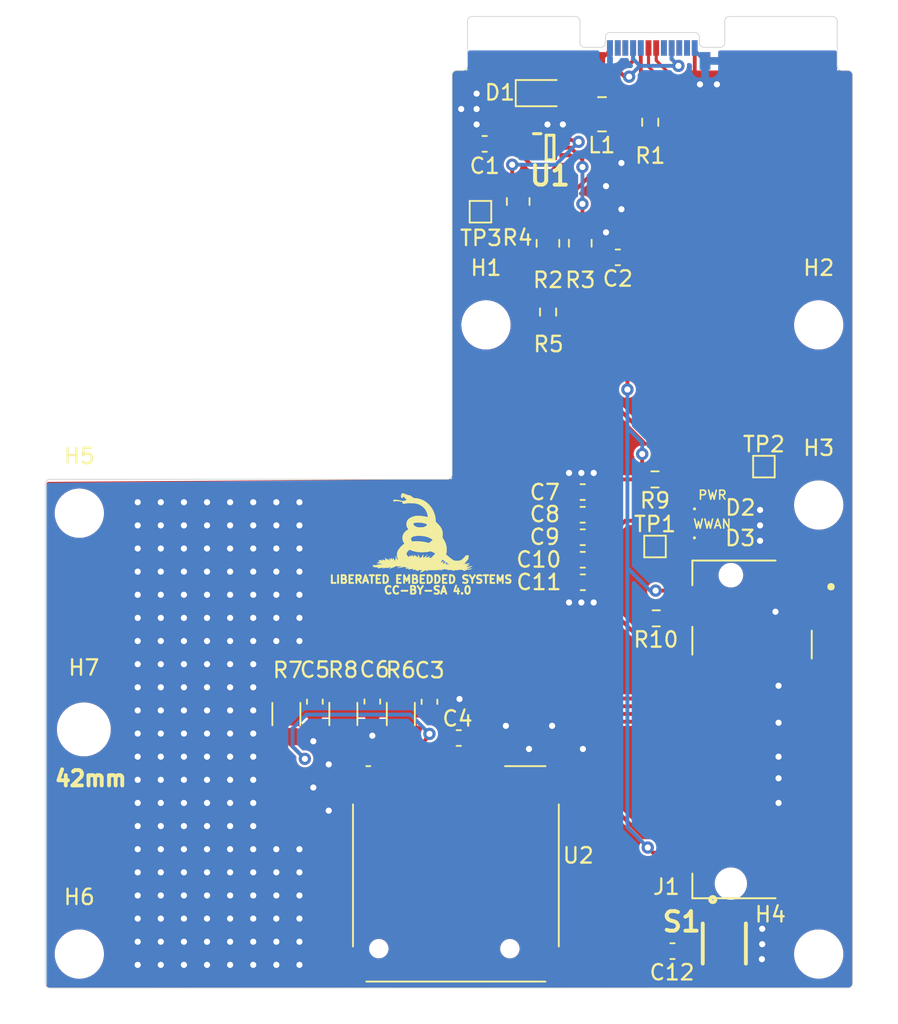
<source format=kicad_pcb>
(kicad_pcb (version 20221018) (generator pcbnew)

  (general
    (thickness 1.6)
  )

  (paper "A4")
  (title_block
    (title "Project Roamer")
    (rev "X1")
    (company "Liberated Embedded Systems")
    (comment 1 "This work is licensed under a Creative Commons Attribution 4.0 International License")
    (comment 2 "Original design from https://frame.work")
  )

  (layers
    (0 "F.Cu" signal)
    (31 "B.Cu" signal)
    (32 "B.Adhes" user "B.Adhesive")
    (33 "F.Adhes" user "F.Adhesive")
    (34 "B.Paste" user)
    (35 "F.Paste" user)
    (36 "B.SilkS" user "B.Silkscreen")
    (37 "F.SilkS" user "F.Silkscreen")
    (38 "B.Mask" user)
    (39 "F.Mask" user)
    (40 "Dwgs.User" user "User.Drawings")
    (41 "Cmts.User" user "User.Comments")
    (42 "Eco1.User" user "User.Eco1")
    (43 "Eco2.User" user "User.Eco2")
    (44 "Edge.Cuts" user)
    (45 "Margin" user)
    (46 "B.CrtYd" user "B.Courtyard")
    (47 "F.CrtYd" user "F.Courtyard")
    (48 "B.Fab" user)
    (49 "F.Fab" user)
  )

  (setup
    (stackup
      (layer "F.SilkS" (type "Top Silk Screen"))
      (layer "F.Paste" (type "Top Solder Paste"))
      (layer "F.Mask" (type "Top Solder Mask") (thickness 0.01))
      (layer "F.Cu" (type "copper") (thickness 0.035))
      (layer "dielectric 1" (type "core") (thickness 1.51) (material "FR4") (epsilon_r 4.5) (loss_tangent 0.02))
      (layer "B.Cu" (type "copper") (thickness 0.035))
      (layer "B.Mask" (type "Bottom Solder Mask") (thickness 0.01))
      (layer "B.Paste" (type "Bottom Solder Paste"))
      (layer "B.SilkS" (type "Bottom Silk Screen"))
      (copper_finish "None")
      (dielectric_constraints no)
    )
    (pad_to_mask_clearance 0)
    (aux_axis_origin 100.5 190)
    (grid_origin 100.5 190)
    (pcbplotparams
      (layerselection 0x00010fc_ffffffff)
      (plot_on_all_layers_selection 0x0000000_00000000)
      (disableapertmacros false)
      (usegerberextensions false)
      (usegerberattributes true)
      (usegerberadvancedattributes true)
      (creategerberjobfile true)
      (dashed_line_dash_ratio 12.000000)
      (dashed_line_gap_ratio 3.000000)
      (svgprecision 4)
      (plotframeref false)
      (viasonmask false)
      (mode 1)
      (useauxorigin false)
      (hpglpennumber 1)
      (hpglpenspeed 20)
      (hpglpendiameter 15.000000)
      (dxfpolygonmode true)
      (dxfimperialunits true)
      (dxfusepcbnewfont true)
      (psnegative false)
      (psa4output false)
      (plotreference true)
      (plotvalue true)
      (plotinvisibletext false)
      (sketchpadsonfab false)
      (subtractmaskfromsilk false)
      (outputformat 3)
      (mirror false)
      (drillshape 0)
      (scaleselection 1)
      (outputdirectory "")
    )
  )

  (net 0 "")
  (net 1 "GND")
  (net 2 "+3.3V")
  (net 3 "VBUS")
  (net 4 "/UIM-RESET")
  (net 5 "/UIM-CLK")
  (net 6 "/UIM-DATA")
  (net 7 "/UIM-PWR")
  (net 8 "/RESET")
  (net 9 "Net-(D1-A)")
  (net 10 "Net-(D2-A)")
  (net 11 "/WWAN_ACTIVITY")
  (net 12 "Net-(D3-A)")
  (net 13 "unconnected-(J1-CONFIG_3-Pad1)")
  (net 14 "Net-(J1-~{FULL_CARD_POWER_OFF})")
  (net 15 "/USB_D+")
  (net 16 "unconnected-(J1-~{W_DISABLE1}-Pad8)")
  (net 17 "/USB_D-")
  (net 18 "unconnected-(J1-GPIO_5-Pad20)")
  (net 19 "unconnected-(J1-CONFIG_0-Pad21)")
  (net 20 "unconnected-(J1-GPIO_6-Pad22)")
  (net 21 "Net-(J1-GPIO_11)")
  (net 22 "unconnected-(J1-GPIO_7-Pad24)")
  (net 23 "unconnected-(J1-DPR-Pad25)")
  (net 24 "unconnected-(J1-GPIO_10-Pad26)")
  (net 25 "unconnected-(J1-GPIO_8-Pad28)")
  (net 26 "unconnected-(J1-PERn1{slash}USB3.0-Rx-{slash}SSIC-RxN-Pad29)")
  (net 27 "unconnected-(J1-PERp1{slash}USB3.0-Rx+{slash}SSIC-RxP-Pad31)")
  (net 28 "unconnected-(J1-PETn1{slash}USB3.0-Tx-{slash}SSIC-TxN-Pad35)")
  (net 29 "unconnected-(J1-PETp1{slash}USB3.0-Tx+{slash}SSIC-TxP-Pad37)")
  (net 30 "unconnected-(J1-DEVSLP-Pad38)")
  (net 31 "unconnected-(J1-GPIO_0-Pad40)")
  (net 32 "unconnected-(J1-PERn0{slash}SATA-B+-Pad41)")
  (net 33 "unconnected-(J1-GPIO_1-Pad42)")
  (net 34 "unconnected-(J1-PERp0{slash}SATA-B--Pad43)")
  (net 35 "unconnected-(J1-GPIO_2-Pad44)")
  (net 36 "unconnected-(J1-GPIO_3-Pad46)")
  (net 37 "unconnected-(J1-PETn0{slash}SATA-A--Pad47)")
  (net 38 "unconnected-(J1-GPIO_4-Pad48)")
  (net 39 "unconnected-(J1-PETp0{slash}SATA-A+-Pad49)")
  (net 40 "unconnected-(J1-~{PERST}-Pad50)")
  (net 41 "unconnected-(J1-~{CLKREQ}-Pad52)")
  (net 42 "unconnected-(J1-REFCLKn-Pad53)")
  (net 43 "unconnected-(J1-~{PEWAKE}-Pad54)")
  (net 44 "unconnected-(J1-REFCLKp-Pad55)")
  (net 45 "unconnected-(J1-NC-Pad56)")
  (net 46 "unconnected-(J1-NC-Pad58)")
  (net 47 "unconnected-(J1-ANTCTL0-Pad59)")
  (net 48 "unconnected-(J1-COEX3-Pad60)")
  (net 49 "unconnected-(J1-ANTCTL1-Pad61)")
  (net 50 "unconnected-(J1-COEX2-Pad62)")
  (net 51 "unconnected-(J1-ANTCTL2-Pad63)")
  (net 52 "unconnected-(J1-COEX1-Pad64)")
  (net 53 "unconnected-(J1-ANTCTL3-Pad65)")
  (net 54 "/SIM_DETECT")
  (net 55 "unconnected-(J1-SUSCLK-Pad68)")
  (net 56 "unconnected-(J1-CONFIG_1-Pad69)")
  (net 57 "unconnected-(J1-CONFIG_2-Pad75)")
  (net 58 "Net-(U1-SW)")
  (net 59 "Net-(P1-CC)")
  (net 60 "unconnected-(P1-VCONN-PadB5)")
  (net 61 "Net-(U1-FB)")
  (net 62 "Net-(U1-PG)")
  (net 63 "Net-(U2-I{slash}O)")
  (net 64 "Net-(U2-RST)")
  (net 65 "Net-(U2-CLK)")
  (net 66 "unconnected-(S1-Pad2)")
  (net 67 "unconnected-(S1-Pad4)")
  (net 68 "unconnected-(U2-VPP-PadC6)")

  (footprint "Capacitor_SMD:C_0603_1608Metric" (layer "F.Cu") (at 141.215 187.61))

  (footprint "Diode_SMD:D_SOD-323" (layer "F.Cu") (at 132.65 131.97))

  (footprint "Connector_USB:USB_C_Plug_Molex_105444" (layer "F.Cu") (at 139.918 129))

  (footprint "TPS:SOTFL50P160X60-6N" (layer "F.Cu") (at 133.268 135.5))

  (footprint "MountingHole:MountingHole_2.7mm_M2.5" (layer "F.Cu") (at 129.108 147))

  (footprint "Resistor_SMD:R_0805_2012Metric" (layer "F.Cu") (at 135.23 141.7025 -90))

  (footprint "MountingHole:MountingHole_2.7mm_M2.5" (layer "F.Cu") (at 150.708 147))

  (footprint "Resistor_SMD:R_1206_3216Metric" (layer "F.Cu") (at 119.85 172.23 90))

  (footprint "Capacitor_SMD:C_0603_1608Metric" (layer "F.Cu") (at 121.73 171.425 90))

  (footprint "TestPoint:TestPoint_Pad_1.0x1.0mm" (layer "F.Cu") (at 140.08 161.37))

  (footprint "MountingHole:MountingHole_2.7mm_M2.5" (layer "F.Cu") (at 102.71 187.8))

  (footprint "NGFF:TE_2199119-3" (layer "F.Cu") (at 145.005 173.23 -90))

  (footprint "Capacitor_SMD:C_0603_1608Metric" (layer "F.Cu") (at 127.34 173.79 180))

  (footprint "Diode_SMD:D_0402_1005Metric" (layer "F.Cu") (at 143.73 160.81))

  (footprint "TestPoint:TestPoint_Pad_1.0x1.0mm" (layer "F.Cu") (at 147.15 156.19))

  (footprint "Capacitor_SMD:C_0603_1608Metric" (layer "F.Cu") (at 125.44 171.44 90))

  (footprint "NSCCP-D-06-G-SMT-SW-T:NSCCP-D-06-G-SMT-SW-T&slash_R" (layer "F.Cu") (at 127.1548 182.5986))

  (footprint "Resistor_SMD:R_1206_3216Metric" (layer "F.Cu") (at 123.58 172.2325 90))

  (footprint "Capacitor_SMD:C_0603_1608Metric" (layer "F.Cu") (at 135.39 162.23 180))

  (footprint "Capacitor_SMD:C_0603_1608Metric" (layer "F.Cu") (at 135.39 160.77 180))

  (footprint "Capacitor_SMD:C_0603_1608Metric" (layer "F.Cu") (at 129.025 135.26 180))

  (footprint "Resistor_SMD:R_0603_1608Metric" (layer "F.Cu") (at 140.08 157.02))

  (footprint "Resistor_SMD:R_1206_3216Metric" (layer "F.Cu") (at 116.15 172.2375 90))

  (footprint "Capacitor_SMD:C_0603_1608Metric" (layer "F.Cu") (at 135.385 157.84 180))

  (footprint "Resistor_SMD:R_0805_2012Metric" (layer "F.Cu") (at 131.2 138.9975 -90))

  (footprint "Capacitor_SMD:C_0603_1608Metric" (layer "F.Cu") (at 118 171.435 -90))

  (footprint "MountingHole:MountingHole_2.7mm_M2.5" (layer "F.Cu") (at 150.708 187.8))

  (footprint "Resistor_SMD:R_0603_1608Metric" (layer "F.Cu") (at 140.16 166.03))

  (footprint "TestPoint:TestPoint_Pad_1.0x1.0mm" (layer "F.Cu") (at 128.75 139.66))

  (footprint "Inductor_SMD:L_1008_2520Metric" (layer "F.Cu") (at 136.64 133.34))

  (footprint "Resistor_SMD:R_0603_1608Metric" (layer "F.Cu") (at 139.77 133.855 -90))

  (footprint "MountingHole:MountingHole_2.7mm_M2.5" (layer "F.Cu") (at 150.708 158.68))

  (footprint "Capacitor_SMD:C_0603_1608Metric" (layer "F.Cu") (at 135.395 163.69 180))

  (footprint "MountingHole:MountingHole_2.7mm_M2.5" (layer "F.Cu") (at 102.71 159.21))

  (footprint "Capacitor_SMD:C_0603_1608Metric" (layer "F.Cu") (at 137.665 142.62 180))

  (footprint "Resistor_SMD:R_0805_2012Metric" (layer "F.Cu") (at 133.13 141.71 -90))

  (footprint "Diode_SMD:D_0402_1005Metric" (layer "F.Cu") (at 143.7375 158.93))

  (footprint "Capacitor_SMD:C_0603_1608Metric" (layer "F.Cu") (at 135.385 159.31 180))

  (footprint "KMR:KMR2_1" (layer "F.Cu") (at 144.58 187.1175 -90))

  (footprint "MountingHole:MountingHole_3mm" (layer "F.Cu") (at 103.005 173.23))

  (footprint "Resistor_SMD:R_0603_1608Metric" (layer "F.Cu") (at 133.14 146.165 -90))

  (gr_poly
    (pts
      (xy 125.335582 160.654571)
      (xy 125.337056 160.654777)
      (xy 125.33867 160.655129)
      (xy 125.34042 160.655628)
      (xy 125.3423 160.656273)
      (xy 125.344306 160.657063)
      (xy 125.346433 160.657999)
      (xy 125.348675 160.659079)
      (xy 125.351028 160.660303)
      (xy 125.353486 160.661671)
      (xy 125.356044 160.663182)
      (xy 125.358698 160.664836)
      (xy 125.361443 160.666633)
      (xy 125.364273 160.668572)
      (xy 125.367183 160.670652)
      (xy 125.370169 160.672874)
      (xy 125.373841 160.675681)
      (xy 125.377042 160.678208)
      (xy 125.379775 160.680469)
      (xy 125.382043 160.682478)
      (xy 125.383003 160.683393)
      (xy 125.383849 160.684249)
      (xy 125.384579 160.68505)
      (xy 125.385196 160.685796)
      (xy 125.385699 160.68649)
      (xy 125.386088 160.687134)
      (xy 125.386364 160.687728)
      (xy 125.386528 160.688275)
      (xy 125.386579 160.688776)
      (xy 125.386519 160.689234)
      (xy 125.386347 160.68965)
      (xy 125.386064 160.690025)
      (xy 125.385671 160.690362)
      (xy 125.385167 160.690663)
      (xy 125.384554 160.690928)
      (xy 125.383831 160.69116)
      (xy 125.382999 160.691361)
      (xy 125.382059 160.691531)
      (xy 125.38101 160.691674)
      (xy 125.379854 160.691791)
      (xy 125.377219 160.691953)
      (xy 125.374158 160.69203)
      (xy 125.37196 160.691979)
      (xy 125.369661 160.691733)
      (xy 125.367279 160.691302)
      (xy 125.364834 160.690696)
      (xy 125.362345 160.689924)
      (xy 125.35983 160.688996)
      (xy 125.357309 160.687922)
      (xy 125.354799 160.686712)
      (xy 125.352322 160.685376)
      (xy 125.349895 160.683922)
      (xy 125.347537 160.682362)
      (xy 125.345267 160.680705)
      (xy 125.343105 160.67896)
      (xy 125.341069 160.677137)
      (xy 125.339178 160.675246)
      (xy 125.337452 160.673298)
      (xy 125.336527 160.672164)
      (xy 125.335663 160.671064)
      (xy 125.334859 160.67)
      (xy 125.334114 160.668969)
      (xy 125.333427 160.667974)
      (xy 125.332798 160.667013)
      (xy 125.332226 160.666087)
      (xy 125.331711 160.665196)
      (xy 125.33125 160.664341)
      (xy 125.330845 160.66352)
      (xy 125.330493 160.662735)
      (xy 125.330195 160.661984)
      (xy 125.329949 160.66127)
      (xy 125.329755 160.660591)
      (xy 125.329611 160.659947)
      (xy 125.329518 160.659339)
      (xy 125.329475 160.658767)
      (xy 125.32948 160.658231)
      (xy 125.329533 160.657731)
      (xy 125.329634 160.657266)
      (xy 125.329781 160.656838)
      (xy 125.329871 160.656638)
      (xy 125.329974 160.656446)
      (xy 125.330087 160.656264)
      (xy 125.330211 160.656091)
      (xy 125.330347 160.655926)
      (xy 125.330493 160.655771)
      (xy 125.330819 160.655489)
      (xy 125.331187 160.655242)
      (xy 125.331598 160.655033)
      (xy 125.332049 160.65486)
      (xy 125.332542 160.654724)
      (xy 125.333074 160.654625)
      (xy 125.333645 160.654563)
      (xy 125.334254 160.654539)
      (xy 125.334254 160.654512)
    )

    (stroke (width 0.01277) (type solid)) (fill solid) (layer "F.SilkS") (tstamp 00282951-98f4-4854-8e1e-20fd5ca33433))
  (gr_poly
    (pts
      (xy 125.562531 159.59445)
      (xy 125.562913 159.594469)
      (xy 125.56329 159.594501)
      (xy 125.563662 159.594545)
      (xy 125.564029 159.594601)
      (xy 125.564391 159.594669)
      (xy 125.564747 159.594749)
      (xy 125.565099 159.59484)
      (xy 125.565445 159.594943)
      (xy 125.565786 159.595057)
      (xy 125.566121 159.595182)
      (xy 125.566451 159.595318)
      (xy 125.566774 159.595464)
      (xy 125.567093 159.595621)
      (xy 125.567405 159.595789)
      (xy 125.567711 159.595966)
      (xy 125.568011 159.596153)
      (xy 125.568305 159.59635)
      (xy 125.568593 159.596557)
      (xy 125.568874 159.596773)
      (xy 125.569418 159.597233)
      (xy 125.569935 159.597728)
      (xy 125.570424 159.598256)
      (xy 125.570886 159.598817)
      (xy 125.571319 159.599409)
      (xy 125.571723 159.600031)
      (xy 125.5721 159.600678)
      (xy 125.572455 159.60135)
      (xy 125.572787 159.602044)
      (xy 125.573096 159.60276)
      (xy 125.573381 159.603498)
      (xy 125.573644 159.604257)
      (xy 125.573882 159.605035)
      (xy 125.574096 159.605832)
      (xy 125.574286 159.606648)
      (xy 125.574452 159.60748)
      (xy 125.574592 159.60833)
      (xy 125.574708 159.609196)
      (xy 125.574798 159.610076)
      (xy 125.574863 159.610971)
      (xy 125.574902 159.61188)
      (xy 125.574915 159.612801)
      (xy 125.574902 159.613735)
      (xy 125.574863 159.614681)
      (xy 125.574798 159.615637)
      (xy 125.574708 159.616601)
      (xy 125.574592 159.617569)
      (xy 125.574452 159.618542)
      (xy 125.574286 159.619515)
      (xy 125.574096 159.620487)
      (xy 125.573882 159.621456)
      (xy 125.573644 159.622419)
      (xy 125.573381 159.623375)
      (xy 125.573096 159.624322)
      (xy 125.572787 159.625256)
      (xy 125.572455 159.626176)
      (xy 125.5721 159.62708)
      (xy 125.571723 159.627966)
      (xy 125.571319 159.628833)
      (xy 125.570886 159.629682)
      (xy 125.570424 159.630512)
      (xy 125.569935 159.631322)
      (xy 125.569418 159.632111)
      (xy 125.568874 159.632878)
      (xy 125.568305 159.633623)
      (xy 125.567711 159.634343)
      (xy 125.567093 159.635039)
      (xy 125.566451 159.63571)
      (xy 125.565786 159.636353)
      (xy 125.565099 159.63697)
      (xy 125.564391 159.637557)
      (xy 125.563662 159.638116)
      (xy 125.562913 159.638643)
      (xy 125.562145 159.63914)
      (xy 125.561817 159.639334)
      (xy 125.561493 159.639508)
      (xy 125.561172 159.639664)
      (xy 125.560854 159.6398)
      (xy 125.56054 159.639918)
      (xy 125.560229 159.640018)
      (xy 125.559921 159.640099)
      (xy 125.559617 159.640163)
      (xy 125.559316 159.640208)
      (xy 125.559019 159.640236)
      (xy 125.558725 159.640246)
      (xy 125.558434 159.640239)
      (xy 125.558147 159.640214)
      (xy 125.557863 159.640173)
      (xy 125.557583 159.640115)
      (xy 125.557306 159.64004)
      (xy 125.557033 159.639949)
      (xy 125.556763 159.639842)
      (xy 125.556497 159.639719)
      (xy 125.556234 159.63958)
      (xy 125.555975 159.639425)
      (xy 125.55572 159.639255)
      (xy 125.555468 159.63907)
      (xy 125.55522 159.638869)
      (xy 125.554975 159.638654)
      (xy 125.554734 159.638424)
      (xy 125.554497 159.638179)
      (xy 125.554263 159.63792)
      (xy 125.554033 159.637647)
      (xy 125.553807 159.63736)
      (xy 125.553584 159.637059)
      (xy 125.553365 159.636745)
      (xy 125.552939 159.636077)
      (xy 125.552529 159.635356)
      (xy 125.552138 159.634583)
      (xy 125.551765 159.633761)
      (xy 125.551414 159.632889)
      (xy 125.551086 159.63197)
      (xy 125.550781 159.631004)
      (xy 125.550502 159.629992)
      (xy 125.55025 159.628935)
      (xy 125.550027 159.627835)
      (xy 125.549834 159.626693)
      (xy 125.549673 159.625509)
      (xy 125.549545 159.624285)
      (xy 125.549451 159.623022)
      (xy 125.549394 159.621721)
      (xy 125.549375 159.620383)
      (xy 125.549394 159.619037)
      (xy 125.549451 159.61771)
      (xy 125.549545 159.616405)
      (xy 125.549673 159.615122)
      (xy 125.549834 159.613864)
      (xy 125.550027 159.612631)
      (xy 125.55025 159.611425)
      (xy 125.550502 159.610247)
      (xy 125.550781 159.6091)
      (xy 125.551086 159.607983)
      (xy 125.551414 159.6069)
      (xy 125.551765 159.605851)
      (xy 125.552138 159.604838)
      (xy 125.552529 159.603861)
      (xy 125.552939 159.602924)
      (xy 125.553365 159.602026)
      (xy 125.553807 159.60117)
      (xy 125.554263 159.600357)
      (xy 125.554734 159.599589)
      (xy 125.55522 159.598868)
      (xy 125.55572 159.598195)
      (xy 125.556234 159.597572)
      (xy 125.556763 159.597)
      (xy 125.557306 159.596481)
      (xy 125.557863 159.596017)
      (xy 125.558147 159.595806)
      (xy 125.558434 159.59561)
      (xy 125.558725 159.595427)
      (xy 125.559019 159.59526)
      (xy 125.559316 159.595108)
      (xy 125.559617 159.594971)
      (xy 125.559921 159.594849)
      (xy 125.560229 159.594743)
      (xy 125.56054 159.594652)
      (xy 125.560854 159.594578)
      (xy 125.561172 159.594519)
      (xy 125.561493 159.594477)
      (xy 125.561817 159.594452)
      (xy 125.562145 159.594444)
    )

    (stroke (width 0) (type solid)) (fill solid) (layer "F.SilkS") (tstamp 0071a64c-fbfc-4274-8967-ec68a00d3c44))
  (gr_poly
    (pts
      (xy 124.933094 162.115864)
      (xy 124.934828 162.115895)
      (xy 124.9366 162.115947)
      (xy 124.938413 162.116019)
      (xy 124.986294 162.117872)
      (xy 124.952365 162.178531)
      (xy 124.943267 162.194528)
      (xy 124.939296 162.201168)
      (xy 124.935684 162.20693)
      (xy 124.932408 162.211833)
      (xy 124.929446 162.215898)
      (xy 124.926779 162.219144)
      (xy 124.924383 162.221593)
      (xy 124.923281 162.222523)
      (xy 124.922239 162.223262)
      (xy 124.921254 162.223812)
      (xy 124.920324 162.224174)
      (xy 124.919446 162.224351)
      (xy 124.918617 162.224347)
      (xy 124.917835 162.224163)
      (xy 124.917098 162.223802)
      (xy 124.916401 162.223267)
      (xy 124.915743 162.222559)
      (xy 124.915122 162.221682)
      (xy 124.914534 162.220638)
      (xy 124.913447 162.218059)
      (xy 124.912461 162.214842)
      (xy 124.911368 162.210894)
      (xy 124.910306 162.20749)
      (xy 124.909771 162.205994)
      (xy 124.909226 162.204637)
      (xy 124.908664 162.20342)
      (xy 124.908079 162.202343)
      (xy 124.907465 162.201409)
      (xy 124.906815 162.200616)
      (xy 124.906124 162.199968)
      (xy 124.905385 162.199464)
      (xy 124.904591 162.199106)
      (xy 124.903737 162.198894)
      (xy 124.902817 162.198829)
      (xy 124.901823 162.198914)
      (xy 124.900751 162.199147)
      (xy 124.899593 162.199531)
      (xy 124.898344 162.200067)
      (xy 124.896998 162.200754)
      (xy 124.895547 162.201596)
      (xy 124.893987 162.202591)
      (xy 124.89231 162.203742)
      (xy 124.89051 162.205049)
      (xy 124.886519 162.208135)
      (xy 124.881963 162.211858)
      (xy 124.876793 162.216225)
      (xy 124.870959 162.221245)
      (xy 124.868469 162.223254)
      (xy 124.865742 162.225196)
      (xy 124.862806 162.22707)
      (xy 124.859691 162.228877)
      (xy 124.856424 162.230617)
      (xy 124.853035 162.232293)
      (xy 124.849552 162.233903)
      (xy 124.846003 162.235449)
      (xy 124.838823 162.238352)
      (xy 124.831724 162.241005)
      (xy 124.818685 162.245587)
      (xy 124.793945 162.215657)
      (xy 124.790402 162.211304)
      (xy 124.786963 162.206791)
      (xy 124.783645 162.202154)
      (xy 124.780466 162.197428)
      (xy 124.777444 162.192648)
      (xy 124.774596 162.18785)
      (xy 124.771941 162.183068)
      (xy 124.769495 162.178339)
      (xy 124.767278 162.173697)
      (xy 124.765306 162.169178)
      (xy 124.763597 162.164817)
      (xy 124.76217 162.160649)
      (xy 124.761041 162.15671)
      (xy 124.76023 162.153035)
      (xy 124.759753 162.14966)
      (xy 124.759628 162.146619)
      (xy 124.759765 162.14253)
      (xy 124.759987 162.139051)
      (xy 124.760314 162.136193)
      (xy 124.760522 162.135)
      (xy 124.760763 162.133967)
      (xy 124.761039 162.133095)
      (xy 124.761352 162.132385)
      (xy 124.761706 162.131838)
      (xy 124.762101 162.131456)
      (xy 124.762541 162.131241)
      (xy 124.763028 162.131194)
      (xy 124.763563 162.131315)
      (xy 124.76415 162.131607)
      (xy 124.76479 162.132071)
      (xy 124.765486 162.132708)
      (xy 124.766241 162.13352)
      (xy 124.767055 162.134507)
      (xy 124.767933 162.135672)
      (xy 124.768875 162.137016)
      (xy 124.770965 162.140246)
      (xy 124.773342 162.144207)
      (xy 124.776025 162.14891)
      (xy 124.779032 162.154368)
      (xy 124.782382 162.16059)
      (xy 124.804732 162.202492)
      (xy 124.847833 162.158195)
      (xy 124.853422 162.15252)
      (xy 124.85872 162.147338)
      (xy 124.863768 162.142631)
      (xy 124.868606 162.138378)
      (xy 124.873273 162.134561)
      (xy 124.87781 162.131161)
      (xy 124.882258 162.12816)
      (xy 124.886655 162.125536)
      (xy 124.891043 162.123273)
      (xy 124.895461 162.12135)
      (xy 124.899949 162.119748)
      (xy 124.904548 162.118449)
      (xy 124.909297 162.117433)
      (xy 124.914236 162.116681)
      (xy 124.919407 162.116174)
      (xy 124.924847 162.115894)
      (xy 124.924847 162.116019)
      (xy 124.926454 162.115947)
      (xy 124.928078 162.115895)
      (xy 124.929723 162.115864)
      (xy 124.931394 162.115854)
    )

    (stroke (width 0.01277) (type solid)) (fill solid) (layer "F.SilkS") (tstamp 007da063-6df0-49a7-8215-9d77ac372752))
  (gr_poly
    (pts
      (xy 124.381676 159.568472)
      (xy 124.382645 159.568547)
      (xy 124.3836 159.568669)
      (xy 124.384541 159.568838)
      (xy 124.385465 159.569052)
      (xy 124.386372 159.569311)
      (xy 124.387261 159.569612)
      (xy 124.388129 159.569956)
      (xy 124.388977 159.57034)
      (xy 124.389802 159.570764)
      (xy 124.390604 159.571226)
      (xy 124.391382 159.571725)
      (xy 124.392133 159.57226)
      (xy 124.392857 159.572829)
      (xy 124.393553 159.573432)
      (xy 124.394219 159.574067)
      (xy 124.394855 159.574733)
      (xy 124.395458 159.575428)
      (xy 124.396028 159.576152)
      (xy 124.396564 159.576903)
      (xy 124.397063 159.577681)
      (xy 124.397526 159.578483)
      (xy 124.39795 159.579309)
      (xy 124.398335 159.580157)
      (xy 124.39868 159.581026)
      (xy 124.398982 159.581916)
      (xy 124.399241 159.582824)
      (xy 124.399456 159.58375)
      (xy 124.399626 159.584692)
      (xy 124.399748 159.585649)
      (xy 124.399822 159.58662)
      (xy 124.399847 159.587604)
      (xy 124.399822 159.588588)
      (xy 124.399748 159.589559)
      (xy 124.399626 159.590516)
      (xy 124.399456 159.591458)
      (xy 124.399241 159.592384)
      (xy 124.398982 159.593292)
      (xy 124.39868 159.594182)
      (xy 124.398335 159.595051)
      (xy 124.39795 159.595899)
      (xy 124.397526 159.596725)
      (xy 124.397063 159.597527)
      (xy 124.396564 159.598305)
      (xy 124.396028 159.599056)
      (xy 124.395458 159.59978)
      (xy 124.394855 159.600476)
      (xy 124.394219 159.601141)
      (xy 124.393553 159.601776)
      (xy 124.392857 159.602379)
      (xy 124.392133 159.602948)
      (xy 124.391382 159.603483)
      (xy 124.390604 159.603982)
      (xy 124.389802 159.604444)
      (xy 124.388977 159.604868)
      (xy 124.388129 159.605252)
      (xy 124.387261 159.605596)
      (xy 124.386372 159.605898)
      (xy 124.385465 159.606156)
      (xy 124.384541 159.606371)
      (xy 124.3836 159.606539)
      (xy 124.382645 159.606662)
      (xy 124.381676 159.606736)
      (xy 124.380695 159.606761)
      (xy 124.379711 159.606736)
      (xy 124.378739 159.606661)
      (xy 124.377782 159.606539)
      (xy 124.376839 159.606369)
      (xy 124.375914 159.606155)
      (xy 124.375005 159.605895)
      (xy 124.374116 159.605593)
      (xy 124.373247 159.605248)
      (xy 124.372398 159.604863)
      (xy 124.371573 159.604439)
      (xy 124.370771 159.603976)
      (xy 124.369993 159.603476)
      (xy 124.369242 159.602941)
      (xy 124.368519 159.60237)
      (xy 124.367823 159.601767)
      (xy 124.367158 159.601132)
      (xy 124.366523 159.600465)
      (xy 124.365921 159.599769)
      (xy 124.365352 159.599045)
      (xy 124.364817 159.598293)
      (xy 124.364319 159.597516)
      (xy 124.363857 159.596714)
      (xy 124.363434 159.595888)
      (xy 124.363049 159.59504)
      (xy 124.362706 159.594171)
      (xy 124.362405 159.593283)
      (xy 124.362146 159.592375)
      (xy 124.361932 159.591451)
      (xy 124.361763 159.59051)
      (xy 124.361641 159.589555)
      (xy 124.361567 159.588586)
      (xy 124.361542 159.587604)
      (xy 124.361567 159.58662)
      (xy 124.361641 159.585649)
      (xy 124.361764 159.584692)
      (xy 124.361933 159.58375)
      (xy 124.362148 159.582824)
      (xy 124.362407 159.581916)
      (xy 124.36271 159.581026)
      (xy 124.363054 159.580157)
      (xy 124.363439 159.579309)
      (xy 124.363864 159.578483)
      (xy 124.364326 159.577681)
      (xy 124.364826 159.576903)
      (xy 124.365361 159.576152)
      (xy 124.365931 159.575428)
      (xy 124.366535 159.574733)
      (xy 124.36717 159.574067)
      (xy 124.367836 159.573432)
      (xy 124.368532 159.572829)
      (xy 124.369256 159.57226)
      (xy 124.370008 159.571725)
      (xy 124.370785 159.571226)
      (xy 124.371587 159.570764)
      (xy 124.372412 159.57034)
      (xy 124.37326 159.569956)
      (xy 124.374129 159.569612)
      (xy 124.375017 159.569311)
      (xy 124.375924 159.569052)
      (xy 124.376849 159.568838)
      (xy 124.377789 159.568669)
      (xy 124.378744 159.568547)
      (xy 124.379713 159.568472)
      (xy 124.380695 159.568447)
    )

    (stroke (width 0.01277) (type solid)) (fill solid) (layer "F.SilkS") (tstamp 00bdc72a-0e36-41da-8f05-801c951fb7ca))
  (gr_poly
    (pts
      (xy 124.63429 162.595362)
      (xy 124.634669 162.595375)
      (xy 124.635449 162.595422)
      (xy 124.635863 162.595442)
      (xy 124.636303 162.59545)
      (xy 124.6368 162.595459)
      (xy 124.637294 162.595485)
      (xy 124.637785 162.595528)
      (xy 124.638272 162.595587)
      (xy 124.638755 162.595663)
      (xy 124.639234 162.595755)
      (xy 124.640181 162.595987)
      (xy 124.641111 162.59628)
      (xy 124.642022 162.596634)
      (xy 124.642914 162.597045)
      (xy 124.643785 162.597512)
      (xy 124.644635 162.598034)
      (xy 124.645461 162.598607)
      (xy 124.646263 162.599231)
      (xy 124.64704 162.599903)
      (xy 124.647791 162.600621)
      (xy 124.648513 162.601383)
      (xy 124.649207 162.602188)
      (xy 124.649871 162.603033)
      (xy 124.650504 162.603917)
      (xy 124.651104 162.604837)
      (xy 124.651671 162.605794)
      (xy 124.652203 162.606786)
      (xy 124.652699 162.607812)
      (xy 124.653159 162.60887)
      (xy 124.65358 162.60996)
      (xy 124.653962 162.61108)
      (xy 124.654303 162.61223)
      (xy 124.654602 162.613407)
      (xy 124.654859 162.614611)
      (xy 124.655071 162.61584)
      (xy 124.655239 162.617094)
      (xy 124.65536 162.618371)
      (xy 124.655433 162.619671)
      (xy 124.655458 162.620991)
      (xy 124.655434 162.62332)
      (xy 124.655358 162.625539)
      (xy 124.655223 162.627648)
      (xy 124.655132 162.628661)
      (xy 124.655024 162.629647)
      (xy 124.654899 162.630606)
      (xy 124.654755 162.631537)
      (xy 124.654592 162.632441)
      (xy 124.654409 162.633318)
      (xy 124.654205 162.634167)
      (xy 124.65398 162.63499)
      (xy 124.653733 162.635786)
      (xy 124.653463 162.636554)
      (xy 124.653173 162.637296)
      (xy 124.652867 162.638009)
      (xy 124.652545 162.638694)
      (xy 124.652208 162.63935)
      (xy 124.651855 162.639978)
      (xy 124.651488 162.640577)
      (xy 124.651107 162.641147)
      (xy 124.650711 162.641687)
      (xy 124.650302 162.642198)
      (xy 124.649879 162.642679)
      (xy 124.649443 162.643131)
      (xy 124.648994 162.643553)
      (xy 124.648533 162.643944)
      (xy 124.64806 162.644305)
      (xy 124.647574 162.644636)
      (xy 124.647078 162.644936)
      (xy 124.646567 162.645203)
      (xy 124.646041 162.645436)
      (xy 124.645501 162.645636)
      (xy 124.644947 162.645802)
      (xy 124.644379 162.645936)
      (xy 124.6438 162.646037)
      (xy 124.643209 162.646106)
      (xy 124.642607 162.646143)
      (xy 124.641995 162.646149)
      (xy 124.641374 162.646123)
      (xy 124.640745 162.646067)
      (xy 124.640108 162.64598)
      (xy 124.639464 162.645863)
      (xy 124.638815 162.645716)
      (xy 124.63816 162.645539)
      (xy 124.6375 162.645333)
      (xy 124.636833 162.645099)
      (xy 124.636156 162.644836)
      (xy 124.635469 162.644544)
      (xy 124.634773 162.644222)
      (xy 124.634068 162.643869)
      (xy 124.633355 162.643485)
      (xy 124.632635 162.643069)
      (xy 124.631908 162.642619)
      (xy 124.631176 162.642136)
      (xy 124.630437 162.641619)
      (xy 124.629694 162.641067)
      (xy 124.628947 162.640478)
      (xy 124.628196 162.639853)
      (xy 124.627442 162.639191)
      (xy 124.626685 162.638491)
      (xy 124.625927 162.637752)
      (xy 124.62526 162.63706)
      (xy 124.624625 162.636354)
      (xy 124.624023 162.635634)
      (xy 124.623451 162.634901)
      (xy 124.62291 162.634155)
      (xy 124.622399 162.633399)
      (xy 124.621916 162.632631)
      (xy 124.621461 162.631854)
      (xy 124.621034 162.631067)
      (xy 124.620633 162.630273)
      (xy 124.620258 162.629471)
      (xy 124.619908 162.628662)
      (xy 124.619583 162.627848)
      (xy 124.61928 162.627029)
      (xy 124.619001 162.626207)
      (xy 124.618744 162.62538)
      (xy 124.61851 162.624551)
      (xy 124.6183 162.623719)
      (xy 124.618116 162.622885)
      (xy 124.617957 162.622049)
      (xy 124.617822 162.621213)
      (xy 124.617712 162.620378)
      (xy 124.617626 162.619543)
      (xy 124.617565 162.61871)
      (xy 124.617528 162.61788)
      (xy 124.617515 162.617054)
      (xy 124.617527 162.616231)
      (xy 124.617563 162.615414)
      (xy 124.617622 162.614602)
      (xy 124.617706 162.613798)
      (xy 124.617814 162.613)
      (xy 124.617946 162.612211)
      (xy 124.618101 162.611432)
      (xy 124.618282 162.610667)
      (xy 124.618486 162.609916)
      (xy 124.618714 162.609178)
      (xy 124.618965 162.608454)
      (xy 124.619239 162.607744)
      (xy 124.619535 162.607048)
      (xy 124.619853 162.606366)
      (xy 124.620193 162.605698)
      (xy 124.620553 162.605045)
      (xy 124.620934 162.604407)
      (xy 124.621335 162.603783)
      (xy 124.621756 162.603173)
      (xy 124.622197 162.602579)
      (xy 124.622656 162.602)
      (xy 124.623133 162.601436)
      (xy 124.623627 162.600888)
      (xy 124.624136 162.600357)
      (xy 124.62466 162.599846)
      (xy 124.6252 162.599355)
      (xy 124.625756 162.598885)
      (xy 124.62633 162.598437)
      (xy 124.62692 162.598013)
      (xy 124.627529 162.597614)
      (xy 124.628156 162.59724)
      (xy 124.628803 162.596894)
      (xy 124.629468 162.596575)
      (xy 124.630154 162.596287)
      (xy 124.630861 162.596029)
      (xy 124.631589 162.595802)
      (xy 124.632338 162.595609)
      (xy 124.63311 162.595449)
      (xy 124.63311 162.59545)
      (xy 124.633316 162.595417)
      (xy 124.633517 162.595392)
      (xy 124.633714 162.595375)
      (xy 124.633908 162.595365)
      (xy 124.6341 162.595361)
    )

    (stroke (
... [7847577 chars truncated]
</source>
